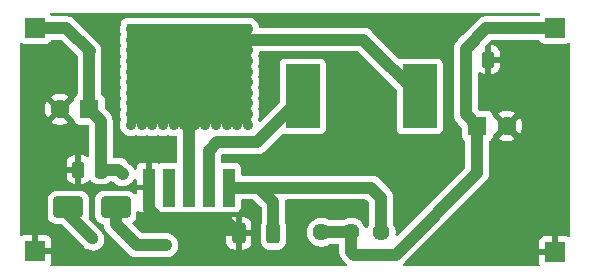
<source format=gtl>
G04 #@! TF.GenerationSoftware,KiCad,Pcbnew,9.0.1*
G04 #@! TF.CreationDate,2025-08-22T15:47:16+05:00*
G04 #@! TF.ProjectId,dc_boost_converter,64635f62-6f6f-4737-945f-636f6e766572,rev?*
G04 #@! TF.SameCoordinates,Original*
G04 #@! TF.FileFunction,Copper,L1,Top*
G04 #@! TF.FilePolarity,Positive*
%FSLAX46Y46*%
G04 Gerber Fmt 4.6, Leading zero omitted, Abs format (unit mm)*
G04 Created by KiCad (PCBNEW 9.0.1) date 2025-08-22 15:47:16*
%MOMM*%
%LPD*%
G01*
G04 APERTURE LIST*
G04 Aperture macros list*
%AMRoundRect*
0 Rectangle with rounded corners*
0 $1 Rounding radius*
0 $2 $3 $4 $5 $6 $7 $8 $9 X,Y pos of 4 corners*
0 Add a 4 corners polygon primitive as box body*
4,1,4,$2,$3,$4,$5,$6,$7,$8,$9,$2,$3,0*
0 Add four circle primitives for the rounded corners*
1,1,$1+$1,$2,$3*
1,1,$1+$1,$4,$5*
1,1,$1+$1,$6,$7*
1,1,$1+$1,$8,$9*
0 Add four rect primitives between the rounded corners*
20,1,$1+$1,$2,$3,$4,$5,0*
20,1,$1+$1,$4,$5,$6,$7,0*
20,1,$1+$1,$6,$7,$8,$9,0*
20,1,$1+$1,$8,$9,$2,$3,0*%
G04 Aperture macros list end*
G04 #@! TA.AperFunction,ComponentPad*
%ADD10R,1.700000X1.700000*%
G04 #@! TD*
G04 #@! TA.AperFunction,SMDPad,CuDef*
%ADD11R,2.900000X5.400000*%
G04 #@! TD*
G04 #@! TA.AperFunction,SMDPad,CuDef*
%ADD12R,1.050000X3.210000*%
G04 #@! TD*
G04 #@! TA.AperFunction,SMDPad,CuDef*
%ADD13R,10.530000X8.460000*%
G04 #@! TD*
G04 #@! TA.AperFunction,SMDPad,CuDef*
%ADD14RoundRect,0.250000X0.312500X0.625000X-0.312500X0.625000X-0.312500X-0.625000X0.312500X-0.625000X0*%
G04 #@! TD*
G04 #@! TA.AperFunction,ComponentPad*
%ADD15C,1.440000*%
G04 #@! TD*
G04 #@! TA.AperFunction,SMDPad,CuDef*
%ADD16RoundRect,0.250000X-0.250000X-0.475000X0.250000X-0.475000X0.250000X0.475000X-0.250000X0.475000X0*%
G04 #@! TD*
G04 #@! TA.AperFunction,SMDPad,CuDef*
%ADD17RoundRect,0.250000X0.250000X0.475000X-0.250000X0.475000X-0.250000X-0.475000X0.250000X-0.475000X0*%
G04 #@! TD*
G04 #@! TA.AperFunction,SMDPad,CuDef*
%ADD18RoundRect,0.250000X1.000000X0.650000X-1.000000X0.650000X-1.000000X-0.650000X1.000000X-0.650000X0*%
G04 #@! TD*
G04 #@! TA.AperFunction,ComponentPad*
%ADD19R,1.600000X1.600000*%
G04 #@! TD*
G04 #@! TA.AperFunction,ComponentPad*
%ADD20C,1.600000*%
G04 #@! TD*
G04 #@! TA.AperFunction,ViaPad*
%ADD21C,0.900000*%
G04 #@! TD*
G04 #@! TA.AperFunction,Conductor*
%ADD22C,1.000000*%
G04 #@! TD*
G04 APERTURE END LIST*
D10*
X181100000Y-75200000D03*
D11*
X159750000Y-81000000D03*
X169650000Y-81000000D03*
D12*
X146700000Y-88718500D03*
X148400000Y-88718500D03*
X150100000Y-88718500D03*
X151800000Y-88718500D03*
X153500000Y-88718500D03*
D13*
X150100000Y-79088500D03*
D14*
X157262500Y-92600000D03*
X154337500Y-92600000D03*
D10*
X137100000Y-94100000D03*
D15*
X166380000Y-92500000D03*
X163840000Y-92500000D03*
X161300000Y-92500000D03*
D16*
X173550000Y-77900000D03*
X175450000Y-77900000D03*
D17*
X142650000Y-87200000D03*
X140750000Y-87200000D03*
D18*
X143900000Y-90400000D03*
X139900000Y-90400000D03*
D19*
X141682380Y-82100000D03*
D20*
X139182380Y-82100000D03*
D19*
X174517621Y-83500000D03*
D20*
X177017621Y-83500000D03*
D10*
X137100000Y-75200000D03*
X181100000Y-94200000D03*
D21*
X153900000Y-84900000D03*
X144600000Y-87600000D03*
X161300000Y-92600000D03*
X148200000Y-93600000D03*
X150600000Y-78900000D03*
X146100000Y-78000000D03*
X154200000Y-78900000D03*
X152400000Y-83400000D03*
X151500000Y-78900000D03*
X149700000Y-77100000D03*
X151500000Y-81600000D03*
X155100000Y-83400000D03*
X147000000Y-82500000D03*
X148800000Y-78900000D03*
X153300000Y-82500000D03*
X148800000Y-83400000D03*
X153300000Y-83400000D03*
X154200000Y-78000000D03*
X150600000Y-79800000D03*
X146100000Y-77100000D03*
X149700000Y-82500000D03*
X152400000Y-79800000D03*
X154200000Y-76200000D03*
X142000000Y-93100000D03*
X155100000Y-79800000D03*
X149700000Y-76200000D03*
X145200000Y-75300000D03*
X147000000Y-78000000D03*
X149700000Y-75300000D03*
X146100000Y-75300000D03*
X146100000Y-82500000D03*
X154200000Y-82500000D03*
X147000000Y-77100000D03*
X148800000Y-81600000D03*
X151500000Y-77100000D03*
X153300000Y-75300000D03*
X155100000Y-78900000D03*
X154200000Y-77100000D03*
X150600000Y-80700000D03*
X146100000Y-79800000D03*
X151500000Y-78000000D03*
X153300000Y-76200000D03*
X153300000Y-78900000D03*
X155100000Y-80700000D03*
X148800000Y-82500000D03*
X145200000Y-77100000D03*
X145200000Y-81600000D03*
X145200000Y-80700000D03*
X150600000Y-77100000D03*
X150600000Y-75300000D03*
X147000000Y-76200000D03*
X154200000Y-83400000D03*
X147000000Y-83400000D03*
X151500000Y-80700000D03*
X147000000Y-81600000D03*
X145200000Y-78000000D03*
X154200000Y-81600000D03*
X147900000Y-83400000D03*
X155100000Y-75300000D03*
X154200000Y-80700000D03*
X149700000Y-78000000D03*
X149700000Y-83400000D03*
X147000000Y-79800000D03*
X153300000Y-77100000D03*
X147000000Y-80700000D03*
X150600000Y-78000000D03*
X153300000Y-81600000D03*
X152400000Y-82500000D03*
X153300000Y-79800000D03*
X150600000Y-81600000D03*
X147900000Y-78000000D03*
X147900000Y-80700000D03*
X153300000Y-78000000D03*
X147900000Y-77100000D03*
X155100000Y-82500000D03*
X155100000Y-76200000D03*
X151500000Y-75300000D03*
X146100000Y-78900000D03*
X150600000Y-82500000D03*
X146100000Y-76200000D03*
X147900000Y-76200000D03*
X146100000Y-83400000D03*
X148800000Y-78000000D03*
X152400000Y-78900000D03*
X154200000Y-79800000D03*
X147900000Y-78900000D03*
X149700000Y-78900000D03*
X145200000Y-82500000D03*
X151500000Y-79800000D03*
X146100000Y-81600000D03*
X152400000Y-75300000D03*
X150600000Y-83400000D03*
X148800000Y-77100000D03*
X151500000Y-83400000D03*
X155100000Y-78000000D03*
X148800000Y-76200000D03*
X147000000Y-78900000D03*
X147900000Y-79800000D03*
X152400000Y-76200000D03*
X152400000Y-80700000D03*
X149700000Y-80700000D03*
X147000000Y-75300000D03*
X155100000Y-77100000D03*
X152400000Y-77100000D03*
X148800000Y-75300000D03*
X151500000Y-76200000D03*
X152400000Y-81600000D03*
X145200000Y-79800000D03*
X145200000Y-76200000D03*
X150600000Y-76200000D03*
X151500000Y-82500000D03*
X149700000Y-79800000D03*
X147900000Y-82500000D03*
X146100000Y-80700000D03*
X147900000Y-75300000D03*
X147900000Y-81600000D03*
X145200000Y-78900000D03*
X145200000Y-83400000D03*
X152400000Y-78000000D03*
X155100000Y-81600000D03*
X154200000Y-75300000D03*
X148800000Y-80700000D03*
X148800000Y-79800000D03*
X153300000Y-80700000D03*
X149700000Y-81600000D03*
D22*
X146700000Y-90550500D02*
X147849500Y-91700000D01*
X147849500Y-91700000D02*
X153437500Y-91700000D01*
X146700000Y-88718500D02*
X146700000Y-90550500D01*
X153437500Y-91700000D02*
X154337500Y-92600000D01*
X142650000Y-83067620D02*
X142650000Y-87200000D01*
X141700000Y-77200000D02*
X141682380Y-77217620D01*
X159750000Y-81000000D02*
X155850000Y-84900000D01*
X151800000Y-85600000D02*
X151800000Y-88718500D01*
X152500000Y-84900000D02*
X151800000Y-85600000D01*
X144100000Y-87200000D02*
X144500000Y-87600000D01*
X142650000Y-87200000D02*
X144100000Y-87200000D01*
X139700000Y-75200000D02*
X141700000Y-77200000D01*
X141682380Y-77217620D02*
X141682380Y-82100000D01*
X141682380Y-82100000D02*
X142650000Y-83067620D01*
X153900000Y-84900000D02*
X152500000Y-84900000D01*
X155850000Y-84900000D02*
X153900000Y-84900000D01*
X137100000Y-75200000D02*
X139700000Y-75200000D01*
X145700000Y-93600000D02*
X148200000Y-93600000D01*
X164100000Y-94400000D02*
X163840000Y-94140000D01*
X174517621Y-83500000D02*
X174517621Y-87482379D01*
X161300000Y-92500000D02*
X163840000Y-92500000D01*
X143900000Y-91800000D02*
X145700000Y-93600000D01*
X173550000Y-77900000D02*
X173550000Y-82532379D01*
X173550000Y-82532379D02*
X174517621Y-83500000D01*
X175300000Y-75200000D02*
X173550000Y-76950000D01*
X181100000Y-75200000D02*
X175300000Y-75200000D01*
X173550000Y-76950000D02*
X173550000Y-77900000D01*
X163840000Y-94140000D02*
X163840000Y-92500000D01*
X167600000Y-94400000D02*
X164100000Y-94400000D01*
X174517621Y-87482379D02*
X167600000Y-94400000D01*
X143900000Y-90400000D02*
X143900000Y-91800000D01*
X139900000Y-91000000D02*
X141900000Y-93000000D01*
X164850000Y-76200000D02*
X154200000Y-76200000D01*
X139900000Y-90400000D02*
X139900000Y-91000000D01*
X150100000Y-88718500D02*
X150100000Y-79088500D01*
X169650000Y-81000000D02*
X164850000Y-76200000D01*
X157262500Y-89962500D02*
X157262500Y-92600000D01*
X166380000Y-92500000D02*
X166380000Y-89580000D01*
X153500000Y-88718500D02*
X156018500Y-88718500D01*
X166380000Y-89580000D02*
X165518500Y-88718500D01*
X165518500Y-88718500D02*
X156018500Y-88718500D01*
X156018500Y-88718500D02*
X157262500Y-89962500D01*
G04 #@! TA.AperFunction,Conductor*
G36*
X179717823Y-73901749D02*
G01*
X179722154Y-73900798D01*
X179751044Y-73911504D01*
X179780607Y-73920185D01*
X179783510Y-73923535D01*
X179787669Y-73925077D01*
X179806187Y-73949706D01*
X179826362Y-73972989D01*
X179826993Y-73977377D01*
X179829658Y-73980922D01*
X179831920Y-74011646D01*
X179836306Y-74042147D01*
X179834489Y-74046532D01*
X179834789Y-74050603D01*
X179822525Y-74083698D01*
X179818227Y-74091607D01*
X179806204Y-74107669D01*
X179798984Y-74127026D01*
X179794816Y-74134698D01*
X179776080Y-74153512D01*
X179760171Y-74174766D01*
X179751811Y-74177884D01*
X179745515Y-74184207D01*
X179711443Y-74192941D01*
X179694707Y-74199184D01*
X179690587Y-74198287D01*
X179685859Y-74199500D01*
X175201455Y-74199500D01*
X175104812Y-74218724D01*
X175008167Y-74237947D01*
X175008161Y-74237949D01*
X174954834Y-74260037D01*
X174954834Y-74260038D01*
X174909315Y-74278892D01*
X174826089Y-74313366D01*
X174749698Y-74364409D01*
X174662216Y-74422861D01*
X174662213Y-74422864D01*
X173304020Y-75781059D01*
X172912220Y-76172859D01*
X172912218Y-76172861D01*
X172864894Y-76220185D01*
X172772859Y-76312219D01*
X172663371Y-76476079D01*
X172663366Y-76476088D01*
X172616303Y-76589711D01*
X172587949Y-76658162D01*
X172587949Y-76658164D01*
X172571634Y-76740186D01*
X172549500Y-76851456D01*
X172549500Y-82630920D01*
X172553718Y-82652124D01*
X172553718Y-82652128D01*
X172578315Y-82775784D01*
X172587947Y-82824208D01*
X172587949Y-82824216D01*
X172663364Y-83006286D01*
X172663371Y-83006299D01*
X172772859Y-83170159D01*
X172772860Y-83170160D01*
X172772861Y-83170161D01*
X172912218Y-83309518D01*
X172912219Y-83309518D01*
X172919286Y-83316585D01*
X172919285Y-83316585D01*
X172919289Y-83316588D01*
X173180802Y-83578101D01*
X173214287Y-83639424D01*
X173217121Y-83665782D01*
X173217121Y-84347870D01*
X173217122Y-84347876D01*
X173223529Y-84407483D01*
X173273823Y-84542328D01*
X173273827Y-84542335D01*
X173342979Y-84634709D01*
X173360075Y-84657546D01*
X173467432Y-84737914D01*
X173509303Y-84793847D01*
X173517121Y-84837180D01*
X173517121Y-87016595D01*
X173497436Y-87083634D01*
X173480802Y-87104276D01*
X167797237Y-92787840D01*
X167735914Y-92821325D01*
X167666222Y-92816341D01*
X167610289Y-92774469D01*
X167585872Y-92709005D01*
X167587082Y-92680768D01*
X167600500Y-92596055D01*
X167600500Y-92403945D01*
X167570447Y-92214199D01*
X167540424Y-92121797D01*
X167511083Y-92031493D01*
X167499900Y-92009545D01*
X167423865Y-91860319D01*
X167404181Y-91833227D01*
X167380702Y-91767422D01*
X167380500Y-91760342D01*
X167380500Y-89481457D01*
X167375361Y-89455628D01*
X167361275Y-89384812D01*
X167342051Y-89288164D01*
X167302390Y-89192414D01*
X167294123Y-89172456D01*
X167266635Y-89106092D01*
X167266628Y-89106079D01*
X167157139Y-88942218D01*
X167157136Y-88942214D01*
X167014686Y-88799764D01*
X167014655Y-88799735D01*
X166299979Y-88085059D01*
X166299959Y-88085037D01*
X166156285Y-87941363D01*
X166156281Y-87941360D01*
X165992420Y-87831871D01*
X165992407Y-87831864D01*
X165861650Y-87777704D01*
X165861649Y-87777703D01*
X165853224Y-87774214D01*
X165810336Y-87756449D01*
X165652272Y-87725008D01*
X165636282Y-87721827D01*
X165617042Y-87718000D01*
X165617041Y-87718000D01*
X156117041Y-87718000D01*
X154649499Y-87718000D01*
X154582460Y-87698315D01*
X154536705Y-87645511D01*
X154525499Y-87594000D01*
X154525499Y-87065629D01*
X154525498Y-87065623D01*
X154519091Y-87006016D01*
X154468797Y-86871171D01*
X154468793Y-86871164D01*
X154382547Y-86755955D01*
X154382544Y-86755952D01*
X154267335Y-86669706D01*
X154267328Y-86669702D01*
X154132482Y-86619408D01*
X154132483Y-86619408D01*
X154072883Y-86613001D01*
X154072881Y-86613000D01*
X154072873Y-86613000D01*
X154072865Y-86613000D01*
X152924500Y-86613000D01*
X152857461Y-86593315D01*
X152811706Y-86540511D01*
X152800500Y-86489000D01*
X152800500Y-86065783D01*
X152809146Y-86036337D01*
X152815669Y-86006355D01*
X152819422Y-86001341D01*
X152820185Y-85998744D01*
X152836820Y-85978101D01*
X152878104Y-85936818D01*
X152939427Y-85903333D01*
X152965784Y-85900500D01*
X155948542Y-85900500D01*
X155979566Y-85894328D01*
X156045188Y-85881275D01*
X156141836Y-85862051D01*
X156195165Y-85839961D01*
X156323914Y-85786632D01*
X156487782Y-85677139D01*
X156627139Y-85537782D01*
X156627140Y-85537779D01*
X156634206Y-85530714D01*
X156634209Y-85530710D01*
X157974703Y-84190215D01*
X158036024Y-84156732D01*
X158105715Y-84161716D01*
X158192517Y-84194091D01*
X158192516Y-84194091D01*
X158199444Y-84194835D01*
X158252127Y-84200500D01*
X161247872Y-84200499D01*
X161307483Y-84194091D01*
X161442331Y-84143796D01*
X161557546Y-84057546D01*
X161643796Y-83942331D01*
X161694091Y-83807483D01*
X161700500Y-83747873D01*
X161700499Y-78252128D01*
X161694091Y-78192517D01*
X161678233Y-78150000D01*
X161643797Y-78057671D01*
X161643793Y-78057664D01*
X161557547Y-77942455D01*
X161557544Y-77942452D01*
X161442335Y-77856206D01*
X161442328Y-77856202D01*
X161307482Y-77805908D01*
X161307483Y-77805908D01*
X161247883Y-77799501D01*
X161247881Y-77799500D01*
X161247873Y-77799500D01*
X161247864Y-77799500D01*
X158252129Y-77799500D01*
X158252123Y-77799501D01*
X158192516Y-77805908D01*
X158057671Y-77856202D01*
X158057664Y-77856206D01*
X157942455Y-77942452D01*
X157942452Y-77942455D01*
X157856206Y-78057664D01*
X157856202Y-78057671D01*
X157805908Y-78192517D01*
X157799501Y-78252116D01*
X157799501Y-78252123D01*
X157799500Y-78252135D01*
X157799500Y-81484217D01*
X157779815Y-81551256D01*
X157763181Y-81571898D01*
X156203294Y-83131784D01*
X156174505Y-83147503D01*
X156146280Y-83164251D01*
X156143985Y-83164169D01*
X156141971Y-83165269D01*
X156109248Y-83162928D01*
X156076455Y-83161758D01*
X156074569Y-83160448D01*
X156072279Y-83160285D01*
X156046014Y-83140623D01*
X156019062Y-83121910D01*
X156017499Y-83119276D01*
X156016346Y-83118413D01*
X156001054Y-83091561D01*
X155962071Y-82997449D01*
X155954603Y-82927985D01*
X155962068Y-82902557D01*
X156013973Y-82777251D01*
X156050500Y-82593616D01*
X156050500Y-82406384D01*
X156013973Y-82222749D01*
X155962071Y-82097449D01*
X155954603Y-82027985D01*
X155962068Y-82002557D01*
X156013973Y-81877251D01*
X156050500Y-81693616D01*
X156050500Y-81506384D01*
X156013973Y-81322749D01*
X155962071Y-81197449D01*
X155954603Y-81127985D01*
X155962068Y-81102557D01*
X156013973Y-80977251D01*
X156050500Y-80793616D01*
X156050500Y-80606384D01*
X156013973Y-80422749D01*
X155962071Y-80297449D01*
X155954603Y-80227985D01*
X155962068Y-80202557D01*
X156013973Y-80077251D01*
X156050500Y-79893616D01*
X156050500Y-79706384D01*
X156013973Y-79522749D01*
X155962071Y-79397449D01*
X155954603Y-79327985D01*
X155962068Y-79302557D01*
X156013973Y-79177251D01*
X156050500Y-78993616D01*
X156050500Y-78806384D01*
X156013973Y-78622749D01*
X155962071Y-78497449D01*
X155954603Y-78427985D01*
X155962068Y-78402557D01*
X156013973Y-78277251D01*
X156050500Y-78093616D01*
X156050500Y-77906384D01*
X156013973Y-77722749D01*
X155962071Y-77597449D01*
X155959266Y-77571363D01*
X155952699Y-77545966D01*
X155955260Y-77534100D01*
X155954603Y-77527985D01*
X155958855Y-77511213D01*
X155960296Y-77506835D01*
X156013973Y-77377251D01*
X156030753Y-77292889D01*
X156033117Y-77285713D01*
X156048832Y-77262925D01*
X156061662Y-77238398D01*
X156068389Y-77234567D01*
X156072784Y-77228195D01*
X156098324Y-77217520D01*
X156122378Y-77203824D01*
X156134471Y-77202414D01*
X156137250Y-77201253D01*
X156140101Y-77201758D01*
X156150895Y-77200500D01*
X164384218Y-77200500D01*
X164451257Y-77220185D01*
X164471899Y-77236819D01*
X167663181Y-80428101D01*
X167696666Y-80489424D01*
X167699500Y-80515782D01*
X167699500Y-83747870D01*
X167699501Y-83747876D01*
X167705908Y-83807483D01*
X167756202Y-83942328D01*
X167756206Y-83942335D01*
X167842452Y-84057544D01*
X167842455Y-84057547D01*
X167957664Y-84143793D01*
X167957671Y-84143797D01*
X168092517Y-84194091D01*
X168092516Y-84194091D01*
X168099444Y-84194835D01*
X168152127Y-84200500D01*
X171147872Y-84200499D01*
X171207483Y-84194091D01*
X171342331Y-84143796D01*
X171457546Y-84057546D01*
X171543796Y-83942331D01*
X171594091Y-83807483D01*
X171600500Y-83747873D01*
X171600499Y-78252128D01*
X171594091Y-78192517D01*
X171578233Y-78150000D01*
X171543797Y-78057671D01*
X171543793Y-78057664D01*
X171457547Y-77942455D01*
X171457544Y-77942452D01*
X171342335Y-77856206D01*
X171342328Y-77856202D01*
X171207482Y-77805908D01*
X171207483Y-77805908D01*
X171147883Y-77799501D01*
X171147881Y-77799500D01*
X171147873Y-77799500D01*
X171147864Y-77799500D01*
X168152129Y-77799500D01*
X168152123Y-77799501D01*
X168092516Y-77805908D01*
X168005716Y-77838283D01*
X167936024Y-77843267D01*
X167874702Y-77809782D01*
X165631479Y-75566559D01*
X165631459Y-75566537D01*
X165487785Y-75422863D01*
X165487781Y-75422860D01*
X165323920Y-75313371D01*
X165323907Y-75313364D01*
X165177878Y-75252878D01*
X165177876Y-75252877D01*
X165169722Y-75249500D01*
X165141836Y-75237949D01*
X165045188Y-75218724D01*
X165041884Y-75218066D01*
X165041881Y-75218066D01*
X164948544Y-75199500D01*
X164948541Y-75199500D01*
X156150895Y-75199500D01*
X156083856Y-75179815D01*
X156038101Y-75127011D01*
X156029278Y-75099691D01*
X156013974Y-75022756D01*
X156013973Y-75022749D01*
X155942322Y-74849769D01*
X155942321Y-74849768D01*
X155942318Y-74849762D01*
X155845329Y-74704608D01*
X155832249Y-74679049D01*
X155808798Y-74616173D01*
X155808793Y-74616164D01*
X155722547Y-74500955D01*
X155722544Y-74500952D01*
X155607335Y-74414706D01*
X155607328Y-74414702D01*
X155472482Y-74364408D01*
X155472483Y-74364408D01*
X155412883Y-74358001D01*
X155412881Y-74358000D01*
X155412873Y-74358000D01*
X155412865Y-74358000D01*
X155248560Y-74358000D01*
X155224368Y-74355617D01*
X155209320Y-74352623D01*
X155193617Y-74349500D01*
X155193616Y-74349500D01*
X155006384Y-74349500D01*
X155006383Y-74349500D01*
X154988054Y-74353145D01*
X154975630Y-74355617D01*
X154951440Y-74358000D01*
X154348560Y-74358000D01*
X154324369Y-74355617D01*
X154311945Y-74353145D01*
X154293617Y-74349500D01*
X154293616Y-74349500D01*
X154106384Y-74349500D01*
X154075631Y-74355617D01*
X154075626Y-74355618D01*
X154051436Y-74358000D01*
X153448560Y-74358000D01*
X153424369Y-74355617D01*
X153411945Y-74353145D01*
X153393617Y-74349500D01*
X153393616Y-74349500D01*
X153206384Y-74349500D01*
X153175631Y-74355617D01*
X153175626Y-74355618D01*
X153151436Y-74358000D01*
X152548564Y-74358000D01*
X152524374Y-74355618D01*
X152524369Y-74355617D01*
X152493616Y-74349500D01*
X152306384Y-74349500D01*
X152289804Y-74352797D01*
X152275624Y-74355618D01*
X152251435Y-74358000D01*
X151648564Y-74358000D01*
X151624374Y-74355618D01*
X151624369Y-74355617D01*
X151593616Y-74349500D01*
X151406384Y-74349500D01*
X151389804Y-74352797D01*
X151375624Y-74355618D01*
X151351435Y-74358000D01*
X150748564Y-74358000D01*
X150724374Y-74355618D01*
X150724369Y-74355617D01*
X150693616Y-74349500D01*
X150506384Y-74349500D01*
X150479295Y-74354887D01*
X150475624Y-74355618D01*
X150451435Y-74358000D01*
X149848565Y-74358000D01*
X149824376Y-74355618D01*
X149810195Y-74352797D01*
X149793616Y-74349500D01*
X149606384Y-74349500D01*
X149579295Y-74354887D01*
X149575624Y-74355618D01*
X149551435Y-74358000D01*
X148948565Y-74358000D01*
X148924376Y-74355618D01*
X148910195Y-74352797D01*
X148893616Y-74349500D01*
X148706384Y-74349500D01*
X148679295Y-74354887D01*
X148675624Y-74355618D01*
X148651435Y-74358000D01*
X148048565Y-74358000D01*
X148024376Y-74355618D01*
X148020704Y-74354887D01*
X147993616Y-74349500D01*
X147806384Y-74349500D01*
X147775622Y-74355618D01*
X147751435Y-74358000D01*
X147148565Y-74358000D01*
X147124376Y-74355618D01*
X147120704Y-74354887D01*
X147093616Y-74349500D01*
X146906384Y-74349500D01*
X146875622Y-74355618D01*
X146851435Y-74358000D01*
X146248565Y-74358000D01*
X146224377Y-74355618D01*
X146193616Y-74349500D01*
X146006384Y-74349500D01*
X146006383Y-74349500D01*
X145975623Y-74355618D01*
X145951435Y-74358000D01*
X145348565Y-74358000D01*
X145324377Y-74355618D01*
X145293616Y-74349500D01*
X145106384Y-74349500D01*
X145106381Y-74349500D01*
X145075621Y-74355618D01*
X145051434Y-74358000D01*
X144787130Y-74358000D01*
X144787123Y-74358001D01*
X144727516Y-74364408D01*
X144592671Y-74414702D01*
X144592664Y-74414706D01*
X144477455Y-74500952D01*
X144477452Y-74500955D01*
X144391206Y-74616164D01*
X144391202Y-74616171D01*
X144340908Y-74751017D01*
X144334501Y-74810616D01*
X144334500Y-74810635D01*
X144334500Y-74881059D01*
X144325061Y-74928511D01*
X144286028Y-75022744D01*
X144286025Y-75022756D01*
X144249500Y-75206379D01*
X144249500Y-75393620D01*
X144286025Y-75577243D01*
X144286027Y-75577251D01*
X144325061Y-75671486D01*
X144326687Y-75679663D01*
X144329477Y-75684004D01*
X144334500Y-75718939D01*
X144334500Y-75781059D01*
X144325061Y-75828511D01*
X144286028Y-75922744D01*
X144286025Y-75922756D01*
X144249500Y-76106379D01*
X144249500Y-76293620D01*
X144286025Y-76477243D01*
X144286027Y-76477251D01*
X144325061Y-76571487D01*
X144326687Y-76579664D01*
X144329477Y-76584005D01*
X144334500Y-76618940D01*
X144334500Y-76681060D01*
X144325061Y-76728512D01*
X144286027Y-76822747D01*
X144286024Y-76822756D01*
X144249500Y-77006379D01*
X144249500Y-77193620D01*
X144286025Y-77377243D01*
X144286027Y-77377251D01*
X144325061Y-77471487D01*
X144326687Y-77479664D01*
X144329477Y-77484005D01*
X144334500Y-77518940D01*
X144334500Y-77581060D01*
X144325061Y-77628512D01*
X144286027Y-77722747D01*
X144286024Y-77722756D01*
X144249500Y-77906379D01*
X144249500Y-78093620D01*
X144286025Y-78277243D01*
X144286027Y-78277251D01*
X144325061Y-78371487D01*
X144326687Y-78379664D01*
X144329477Y-78384005D01*
X144334500Y-78418940D01*
X144334500Y-78481060D01*
X144325061Y-78528512D01*
X144286027Y-78622747D01*
X144286024Y-78622756D01*
X144249500Y-78806379D01*
X144249500Y-78993620D01*
X144286025Y-79177243D01*
X144286027Y-79177251D01*
X144325061Y-79271487D01*
X144326687Y-79279664D01*
X144329477Y-79284005D01*
X144334500Y-79318940D01*
X144334500Y-79381060D01*
X144325061Y-79428512D01*
X144286027Y-79522747D01*
X144286024Y-79522756D01*
X144249500Y-79706379D01*
X144249500Y-79893620D01*
X144286024Y-80077243D01*
X144286026Y-80077247D01*
X144286027Y-80077251D01*
X144325061Y-80171489D01*
X144326687Y-80179663D01*
X144329477Y-80184004D01*
X144334500Y-80218939D01*
X144334500Y-80281059D01*
X144325061Y-80328511D01*
X144286027Y-80422747D01*
X144286024Y-80422756D01*
X144249500Y-80606379D01*
X144249500Y-80793620D01*
X144286024Y-80977243D01*
X144286026Y-80977247D01*
X144286027Y-80977251D01*
X144325061Y-81071489D01*
X144326687Y-81079663D01*
X144329477Y-81084004D01*
X144334500Y-81118939D01*
X144334500Y-81181059D01*
X144325061Y-81228511D01*
X144286027Y-81322747D01*
X144286024Y-81322756D01*
X144249500Y-81506379D01*
X144249500Y-81693620D01*
X144286024Y-81877243D01*
X144286026Y-81877247D01*
X144286027Y-81877251D01*
X144325061Y-81971489D01*
X144326687Y-81979663D01*
X144329477Y-81984004D01*
X144334500Y-82018939D01*
X144334500Y-82081059D01*
X144325061Y-82128511D01*
X144286027Y-82222747D01*
X144286024Y-82222756D01*
X144249500Y-82406379D01*
X144249500Y-82593620D01*
X144286024Y-82777243D01*
X144286026Y-82777247D01*
X144286027Y-82777251D01*
X144325061Y-82871489D01*
X144326687Y-82879663D01*
X144329477Y-82884004D01*
X144334500Y-82918939D01*
X144334500Y-82981059D01*
X144325061Y-83028511D01*
X144286027Y-83122747D01*
X144286024Y-83122756D01*
X144249500Y-83306379D01*
X144249500Y-83493620D01*
X144286025Y-83677243D01*
X144286027Y-83677251D01*
X144357676Y-83850228D01*
X144357681Y-83850237D01*
X144461697Y-84005907D01*
X144461700Y-84005911D01*
X144594088Y-84138299D01*
X144594092Y-84138302D01*
X144749762Y-84242318D01*
X144749768Y-84242321D01*
X144749769Y-84242322D01*
X144922749Y-84313973D01*
X145093162Y-84347870D01*
X145106379Y-84350499D01*
X145106383Y-84350500D01*
X145106384Y-84350500D01*
X145293617Y-84350500D01*
X145293618Y-84350499D01*
X145477251Y-84313973D01*
X145602550Y-84262071D01*
X145672015Y-84254603D01*
X145697442Y-84262068D01*
X145822749Y-84313973D01*
X145993162Y-84347870D01*
X146006379Y-84350499D01*
X146006383Y-84350500D01*
X146006384Y-84350500D01*
X146193617Y-84350500D01*
X146193618Y-84350499D01*
X146377251Y-84313973D01*
X146502550Y-84262071D01*
X146572015Y-84254603D01*
X146597442Y-84262068D01*
X146722749Y-84313973D01*
X146893162Y-84347870D01*
X146906379Y-84350499D01*
X146906383Y-84350500D01*
X146906384Y-84350500D01*
X147093617Y-84350500D01*
X147093618Y-84350499D01*
X147277251Y-84313973D01*
X147402550Y-84262071D01*
X147472015Y-84254603D01*
X147497442Y-84262068D01*
X147622749Y-84313973D01*
X147793162Y-84347870D01*
X147806379Y-84350499D01*
X147806383Y-84350500D01*
X147806384Y-84350500D01*
X147993617Y-84350500D01*
X147993618Y-84350499D01*
X148177251Y-84313973D01*
X148302550Y-84262071D01*
X148372015Y-84254603D01*
X148397442Y-84262068D01*
X148522749Y-84313973D01*
X148693162Y-84347870D01*
X148706379Y-84350499D01*
X148706383Y-84350500D01*
X148706384Y-84350500D01*
X148893617Y-84350500D01*
X148893617Y-84350499D01*
X148951309Y-84339024D01*
X149020899Y-84345251D01*
X149076077Y-84388113D01*
X149099322Y-84454003D01*
X149099500Y-84460641D01*
X149099500Y-86489000D01*
X149079815Y-86556039D01*
X149027011Y-86601794D01*
X148975500Y-86613000D01*
X147827129Y-86613000D01*
X147827123Y-86613001D01*
X147767516Y-86619408D01*
X147632671Y-86669702D01*
X147632666Y-86669705D01*
X147623890Y-86676275D01*
X147558425Y-86700689D01*
X147490152Y-86685835D01*
X147475276Y-86676274D01*
X147467095Y-86670150D01*
X147467086Y-86670145D01*
X147332379Y-86619903D01*
X147332372Y-86619901D01*
X147272844Y-86613500D01*
X146950000Y-86613500D01*
X146950000Y-90823500D01*
X147272828Y-90823500D01*
X147272844Y-90823499D01*
X147332372Y-90817098D01*
X147332376Y-90817097D01*
X147467089Y-90766851D01*
X147475268Y-90760729D01*
X147540732Y-90736309D01*
X147609005Y-90751158D01*
X147623894Y-90760727D01*
X147626265Y-90762502D01*
X147632668Y-90767296D01*
X147632670Y-90767297D01*
X147767517Y-90817591D01*
X147767516Y-90817591D01*
X147774444Y-90818335D01*
X147827127Y-90824000D01*
X148972872Y-90823999D01*
X149032483Y-90817591D01*
X149167331Y-90767296D01*
X149175687Y-90761039D01*
X149241149Y-90736621D01*
X149309422Y-90751470D01*
X149324304Y-90761034D01*
X149332669Y-90767296D01*
X149332672Y-90767297D01*
X149467517Y-90817591D01*
X149467516Y-90817591D01*
X149474444Y-90818335D01*
X149527127Y-90824000D01*
X150672872Y-90823999D01*
X150732483Y-90817591D01*
X150867331Y-90767296D01*
X150875687Y-90761039D01*
X150941149Y-90736621D01*
X151009422Y-90751470D01*
X151024304Y-90761034D01*
X151032669Y-90767296D01*
X151032672Y-90767297D01*
X151167517Y-90817591D01*
X151167516Y-90817591D01*
X151174444Y-90818335D01*
X151227127Y-90824000D01*
X152372872Y-90823999D01*
X152432483Y-90817591D01*
X152567331Y-90767296D01*
X152575687Y-90761039D01*
X152641149Y-90736621D01*
X152709422Y-90751470D01*
X152724304Y-90761034D01*
X152732669Y-90767296D01*
X152732672Y-90767297D01*
X152867517Y-90817591D01*
X152867516Y-90817591D01*
X152874444Y-90818335D01*
X152927127Y-90824000D01*
X154072872Y-90823999D01*
X154132483Y-90817591D01*
X154267331Y-90767296D01*
X154382546Y-90681046D01*
X154468796Y-90565831D01*
X154519091Y-90430983D01*
X154525500Y-90371373D01*
X154525500Y-89843000D01*
X154545185Y-89775961D01*
X154597989Y-89730206D01*
X154649500Y-89719000D01*
X155552718Y-89719000D01*
X155619757Y-89738685D01*
X155640399Y-89755319D01*
X156225681Y-90340601D01*
X156259166Y-90401924D01*
X156262000Y-90428282D01*
X156262000Y-91645270D01*
X156255706Y-91684273D01*
X156210002Y-91822199D01*
X156210000Y-91822209D01*
X156199500Y-91924983D01*
X156199500Y-93275001D01*
X156199501Y-93275018D01*
X156210000Y-93377796D01*
X156210001Y-93377799D01*
X156257184Y-93520185D01*
X156265186Y-93544334D01*
X156357288Y-93693656D01*
X156481344Y-93817712D01*
X156630666Y-93909814D01*
X156797203Y-93964999D01*
X156899991Y-93975500D01*
X157625008Y-93975499D01*
X157625016Y-93975498D01*
X157625019Y-93975498D01*
X157681302Y-93969748D01*
X157727797Y-93964999D01*
X157894334Y-93909814D01*
X158043656Y-93817712D01*
X158167712Y-93693656D01*
X158259814Y-93544334D01*
X158314999Y-93377797D01*
X158325500Y-93275009D01*
X158325499Y-91924992D01*
X158318892Y-91860318D01*
X158314999Y-91822203D01*
X158314998Y-91822200D01*
X158269294Y-91684273D01*
X158263000Y-91645269D01*
X158263000Y-89863958D01*
X158262403Y-89857896D01*
X158264496Y-89857689D01*
X158269864Y-89797615D01*
X158312720Y-89742432D01*
X158378606Y-89719179D01*
X158385260Y-89719000D01*
X165052718Y-89719000D01*
X165119757Y-89738685D01*
X165140399Y-89755319D01*
X165343181Y-89958101D01*
X165376666Y-90019424D01*
X165379500Y-90045782D01*
X165379500Y-91760342D01*
X165359815Y-91827381D01*
X165355822Y-91833220D01*
X165350043Y-91841176D01*
X165336135Y-91860318D01*
X165248916Y-92031493D01*
X165227931Y-92096081D01*
X165188494Y-92153756D01*
X165124135Y-92180955D01*
X165055289Y-92169041D01*
X165003813Y-92121797D01*
X164992069Y-92096081D01*
X164971083Y-92031493D01*
X164959900Y-92009545D01*
X164883865Y-91860319D01*
X164770945Y-91704898D01*
X164635102Y-91569055D01*
X164479681Y-91456135D01*
X164308506Y-91368916D01*
X164125802Y-91309553D01*
X164030928Y-91294526D01*
X163936055Y-91279500D01*
X163743945Y-91279500D01*
X163694048Y-91287403D01*
X163554197Y-91309553D01*
X163371493Y-91368916D01*
X163200318Y-91456135D01*
X163173228Y-91475818D01*
X163107422Y-91499298D01*
X163100342Y-91499500D01*
X162039658Y-91499500D01*
X161972619Y-91479815D01*
X161966772Y-91475818D01*
X161939681Y-91456135D01*
X161768506Y-91368916D01*
X161585802Y-91309553D01*
X161490928Y-91294526D01*
X161396055Y-91279500D01*
X161203945Y-91279500D01*
X161154048Y-91287403D01*
X161014197Y-91309553D01*
X160831493Y-91368916D01*
X160660318Y-91456135D01*
X160574266Y-91518656D01*
X160504898Y-91569055D01*
X160504896Y-91569057D01*
X160504895Y-91569057D01*
X160369057Y-91704895D01*
X160369057Y-91704896D01*
X160369055Y-91704898D01*
X160347320Y-91734814D01*
X160256135Y-91860318D01*
X160168916Y-92031493D01*
X160109553Y-92214197D01*
X160109553Y-92214199D01*
X160079500Y-92403945D01*
X160079500Y-92596055D01*
X160086135Y-92637947D01*
X160109553Y-92785802D01*
X160168916Y-92968506D01*
X160188216Y-93006383D01*
X160256135Y-93139681D01*
X160369055Y-93295102D01*
X160504898Y-93430945D01*
X160660319Y-93543865D01*
X160818573Y-93624500D01*
X160831493Y-93631083D01*
X160922845Y-93660764D01*
X161014199Y-93690447D01*
X161203945Y-93720500D01*
X161203946Y-93720500D01*
X161396054Y-93720500D01*
X161396055Y-93720500D01*
X161585801Y-93690447D01*
X161768509Y-93631082D01*
X161939681Y-93543865D01*
X161966772Y-93524181D01*
X162032578Y-93500702D01*
X162039658Y-93500500D01*
X162715500Y-93500500D01*
X162782539Y-93520185D01*
X162828294Y-93572989D01*
X162839500Y-93624500D01*
X162839500Y-94238544D01*
X162877947Y-94431833D01*
X162877949Y-94431837D01*
X162888993Y-94458500D01*
X162900038Y-94485165D01*
X162911970Y-94513971D01*
X162953366Y-94613911D01*
X162953371Y-94613920D01*
X163062859Y-94777780D01*
X163062860Y-94777781D01*
X163062861Y-94777782D01*
X163202218Y-94917139D01*
X163202219Y-94917140D01*
X163462216Y-95177138D01*
X163465273Y-95179647D01*
X163466443Y-95181365D01*
X163466526Y-95181448D01*
X163466510Y-95181463D01*
X163504607Y-95237393D01*
X163506478Y-95307238D01*
X163470290Y-95367006D01*
X163407534Y-95397722D01*
X163386608Y-95399500D01*
X138485808Y-95399500D01*
X138418769Y-95379815D01*
X138373014Y-95327011D01*
X138363070Y-95257853D01*
X138386540Y-95201190D01*
X138393353Y-95192088D01*
X138393354Y-95192086D01*
X138443596Y-95057379D01*
X138443598Y-95057372D01*
X138449999Y-94997844D01*
X138450000Y-94997827D01*
X138450000Y-94350000D01*
X137533012Y-94350000D01*
X137565925Y-94292993D01*
X137600000Y-94165826D01*
X137600000Y-94034174D01*
X137565925Y-93907007D01*
X137533012Y-93850000D01*
X138450000Y-93850000D01*
X138450000Y-93202172D01*
X138449999Y-93202155D01*
X138443598Y-93142627D01*
X138443596Y-93142620D01*
X138393354Y-93007913D01*
X138393350Y-93007906D01*
X138307190Y-92892812D01*
X138307187Y-92892809D01*
X138192093Y-92806649D01*
X138192086Y-92806645D01*
X138057379Y-92756403D01*
X138057372Y-92756401D01*
X137997844Y-92750000D01*
X137350000Y-92750000D01*
X137350000Y-93666988D01*
X137292993Y-93634075D01*
X137165826Y-93600000D01*
X137034174Y-93600000D01*
X136907007Y-93634075D01*
X136850000Y-93666988D01*
X136850000Y-92750000D01*
X136202155Y-92750000D01*
X136142627Y-92756401D01*
X136142620Y-92756403D01*
X136007913Y-92806645D01*
X136007911Y-92806646D01*
X135998810Y-92813460D01*
X135933345Y-92837876D01*
X135865072Y-92823024D01*
X135815667Y-92773618D01*
X135800500Y-92714192D01*
X135800500Y-89699983D01*
X138149500Y-89699983D01*
X138149500Y-91100001D01*
X138149501Y-91100018D01*
X138160000Y-91202796D01*
X138160001Y-91202799D01*
X138208357Y-91348726D01*
X138215186Y-91369334D01*
X138307288Y-91518656D01*
X138431344Y-91642712D01*
X138580666Y-91734814D01*
X138747203Y-91789999D01*
X138849991Y-91800500D01*
X139234217Y-91800499D01*
X139301256Y-91820183D01*
X139321898Y-91836818D01*
X141262215Y-93777136D01*
X141262223Y-93777142D01*
X141426084Y-93886630D01*
X141426087Y-93886632D01*
X141520924Y-93925914D01*
X141542367Y-93937376D01*
X141549769Y-93942322D01*
X141722749Y-94013973D01*
X141860937Y-94041460D01*
X141906379Y-94050499D01*
X141906383Y-94050500D01*
X141906384Y-94050500D01*
X142093617Y-94050500D01*
X142093618Y-94050499D01*
X142277251Y-94013973D01*
X142450231Y-93942322D01*
X142605908Y-93838302D01*
X142738302Y-93705908D01*
X142842322Y-93550231D01*
X142913973Y-93377251D01*
X142950500Y-93193616D01*
X142950500Y-93006384D01*
X142913973Y-92822749D01*
X142842322Y-92649769D01*
X142837376Y-92642367D01*
X142825914Y-92620924D01*
X142786632Y-92526087D01*
X142786630Y-92526084D01*
X142677142Y-92362223D01*
X142677136Y-92362215D01*
X141663646Y-91348726D01*
X141630161Y-91287403D01*
X141633622Y-91222038D01*
X141639999Y-91202797D01*
X141650500Y-91100009D01*
X141650499Y-89699992D01*
X141650498Y-89699983D01*
X142149500Y-89699983D01*
X142149500Y-91100001D01*
X142149501Y-91100018D01*
X142160000Y-91202796D01*
X142160001Y-91202799D01*
X142208357Y-91348726D01*
X142215186Y-91369334D01*
X142307288Y-91518656D01*
X142431344Y-91642712D01*
X142580666Y-91734814D01*
X142747203Y-91789999D01*
X142785483Y-91793909D01*
X142789479Y-91794318D01*
X142813247Y-91804016D01*
X142838232Y-91809919D01*
X142845063Y-91816998D01*
X142854170Y-91820714D01*
X142868923Y-91841724D01*
X142886749Y-91860197D01*
X142891651Y-91874091D01*
X142894322Y-91877895D01*
X142898492Y-91893480D01*
X142904759Y-91924981D01*
X142904955Y-91925965D01*
X142925946Y-92031493D01*
X142937521Y-92089687D01*
X142937949Y-92091837D01*
X142937949Y-92091838D01*
X143013364Y-92273907D01*
X143013371Y-92273920D01*
X143122859Y-92437780D01*
X143122860Y-92437781D01*
X143122861Y-92437782D01*
X143262218Y-92577139D01*
X143262219Y-92577139D01*
X143269286Y-92584206D01*
X143269285Y-92584206D01*
X143269288Y-92584208D01*
X144922860Y-94237781D01*
X144922861Y-94237782D01*
X145011079Y-94326000D01*
X145062219Y-94377140D01*
X145144073Y-94431833D01*
X145226086Y-94486632D01*
X145292094Y-94513973D01*
X145408164Y-94562051D01*
X145598945Y-94600000D01*
X145601454Y-94600499D01*
X145601457Y-94600500D01*
X145601459Y-94600500D01*
X148298543Y-94600500D01*
X148472359Y-94565925D01*
X148491835Y-94562051D01*
X148673914Y-94486632D01*
X148837782Y-94377139D01*
X148977139Y-94237782D01*
X149086632Y-94073914D01*
X149162051Y-93891835D01*
X149200210Y-93700000D01*
X149200500Y-93698543D01*
X149200500Y-93501456D01*
X149162052Y-93308170D01*
X149162051Y-93308169D01*
X149162051Y-93308165D01*
X149148320Y-93275016D01*
X149148308Y-93274986D01*
X153275001Y-93274986D01*
X153285494Y-93377697D01*
X153340641Y-93544119D01*
X153340643Y-93544124D01*
X153432684Y-93693345D01*
X153556654Y-93817315D01*
X153705875Y-93909356D01*
X153705880Y-93909358D01*
X153872302Y-93964505D01*
X153872309Y-93964506D01*
X153975019Y-93974999D01*
X154087499Y-93974999D01*
X154587500Y-93974999D01*
X154699972Y-93974999D01*
X154699986Y-93974998D01*
X154802697Y-93964505D01*
X154969119Y-93909358D01*
X154969124Y-93909356D01*
X155118345Y-93817315D01*
X155242315Y-93693345D01*
X155334356Y-93544124D01*
X155334358Y-93544119D01*
X155389505Y-93377697D01*
X155389506Y-93377690D01*
X155399999Y-93274986D01*
X155400000Y-93274973D01*
X155400000Y-92850000D01*
X154587500Y-92850000D01*
X154587500Y-93974999D01*
X154087499Y-93974999D01*
X154087500Y-93974998D01*
X154087500Y-92850000D01*
X153275001Y-92850000D01*
X153275001Y-93274986D01*
X149148308Y-93274986D01*
X149086635Y-93126092D01*
X149086628Y-93126079D01*
X148977139Y-92962218D01*
X148977136Y-92962214D01*
X148837785Y-92822863D01*
X148837781Y-92822860D01*
X148673920Y-92713371D01*
X148673907Y-92713364D01*
X148491839Y-92637950D01*
X148491829Y-92637947D01*
X148298543Y-92599500D01*
X148298541Y-92599500D01*
X146165783Y-92599500D01*
X146098744Y-92579815D01*
X146078102Y-92563181D01*
X145864921Y-92350000D01*
X145439933Y-91925013D01*
X153275000Y-91925013D01*
X153275000Y-92350000D01*
X154087500Y-92350000D01*
X154587500Y-92350000D01*
X155399999Y-92350000D01*
X155399999Y-91925028D01*
X155399998Y-91925013D01*
X155389505Y-91822302D01*
X155334358Y-91655880D01*
X155334356Y-91655875D01*
X155242315Y-91506654D01*
X155118345Y-91382684D01*
X154969124Y-91290643D01*
X154969119Y-91290641D01*
X154802697Y-91235494D01*
X154802690Y-91235493D01*
X154699986Y-91225000D01*
X154587500Y-91225000D01*
X154587500Y-92350000D01*
X154087500Y-92350000D01*
X154087500Y-91225000D01*
X153975027Y-91225000D01*
X153975012Y-91225001D01*
X153872302Y-91235494D01*
X153705880Y-91290641D01*
X153705875Y-91290643D01*
X153556654Y-91382684D01*
X153432684Y-91506654D01*
X153340643Y-91655875D01*
X153340641Y-91655880D01*
X153285494Y-91822302D01*
X153285493Y-91822309D01*
X153275000Y-91925013D01*
X145439933Y-91925013D01*
X145349027Y-91834107D01*
X145315543Y-91772785D01*
X145320527Y-91703093D01*
X145362399Y-91647160D01*
X145366939Y-91644069D01*
X145368654Y-91642713D01*
X145368653Y-91642713D01*
X145368656Y-91642712D01*
X145492712Y-91518656D01*
X145584814Y-91369334D01*
X145639999Y-91202797D01*
X145650500Y-91100009D01*
X145650499Y-90803158D01*
X145670183Y-90736122D01*
X145722987Y-90690367D01*
X145792146Y-90680423D01*
X145848811Y-90703895D01*
X145932910Y-90766852D01*
X145932913Y-90766854D01*
X146067620Y-90817096D01*
X146067627Y-90817098D01*
X146127155Y-90823499D01*
X146127172Y-90823500D01*
X146450000Y-90823500D01*
X146450000Y-88968500D01*
X145675000Y-88968500D01*
X145675000Y-89164270D01*
X145655315Y-89231309D01*
X145602511Y-89277064D01*
X145533353Y-89287008D01*
X145469797Y-89257983D01*
X145463319Y-89251951D01*
X145368657Y-89157289D01*
X145368656Y-89157288D01*
X145219334Y-89065186D01*
X145052797Y-89010001D01*
X145052795Y-89010000D01*
X144950010Y-88999500D01*
X142849998Y-88999500D01*
X142849981Y-88999501D01*
X142747203Y-89010000D01*
X142747200Y-89010001D01*
X142580668Y-89065185D01*
X142580663Y-89065187D01*
X142431342Y-89157289D01*
X142307289Y-89281342D01*
X142215187Y-89430663D01*
X142215186Y-89430666D01*
X142160001Y-89597203D01*
X142160001Y-89597204D01*
X142160000Y-89597204D01*
X142149500Y-89699983D01*
X141650498Y-89699983D01*
X141639999Y-89597203D01*
X141584814Y-89430666D01*
X141492712Y-89281344D01*
X141368656Y-89157288D01*
X141219334Y-89065186D01*
X141052797Y-89010001D01*
X141052795Y-89010000D01*
X140950010Y-88999500D01*
X138849998Y-88999500D01*
X138849981Y-88999501D01*
X138747203Y-89010000D01*
X138747200Y-89010001D01*
X138580668Y-89065185D01*
X138580663Y-89065187D01*
X138431342Y-89157289D01*
X138307289Y-89281342D01*
X138215187Y-89430663D01*
X138215186Y-89430666D01*
X138160001Y-89597203D01*
X138160001Y-89597204D01*
X138160000Y-89597204D01*
X138149500Y-89699983D01*
X135800500Y-89699983D01*
X135800500Y-87724986D01*
X139750001Y-87724986D01*
X139760494Y-87827697D01*
X139815641Y-87994119D01*
X139815643Y-87994124D01*
X139907684Y-88143345D01*
X140031654Y-88267315D01*
X140180875Y-88359356D01*
X140180880Y-88359358D01*
X140347302Y-88414505D01*
X140347309Y-88414506D01*
X140450019Y-88424999D01*
X140499999Y-88424998D01*
X140500000Y-88424998D01*
X140500000Y-87450000D01*
X139750001Y-87450000D01*
X139750001Y-87724986D01*
X135800500Y-87724986D01*
X135800500Y-86675013D01*
X139750000Y-86675013D01*
X139750000Y-86950000D01*
X140500000Y-86950000D01*
X140500000Y-85975000D01*
X140499999Y-85974999D01*
X140450029Y-85975000D01*
X140450011Y-85975001D01*
X140347302Y-85985494D01*
X140180880Y-86040641D01*
X140180875Y-86040643D01*
X140031654Y-86132684D01*
X139907684Y-86256654D01*
X139815643Y-86405875D01*
X139815641Y-86405880D01*
X139760494Y-86572302D01*
X139760493Y-86572309D01*
X139750000Y-86675013D01*
X135800500Y-86675013D01*
X135800500Y-76586431D01*
X135820185Y-76519392D01*
X135872989Y-76473637D01*
X135942147Y-76463693D01*
X135998813Y-76487166D01*
X136007669Y-76493796D01*
X136007670Y-76493796D01*
X136007671Y-76493797D01*
X136142517Y-76544091D01*
X136142516Y-76544091D01*
X136149444Y-76544835D01*
X136202127Y-76550500D01*
X137997872Y-76550499D01*
X138057483Y-76544091D01*
X138192331Y-76493796D01*
X138307546Y-76407546D01*
X138393796Y-76292331D01*
X138397960Y-76281165D01*
X138439829Y-76225234D01*
X138505293Y-76200816D01*
X138514141Y-76200500D01*
X139234218Y-76200500D01*
X139301257Y-76220185D01*
X139321899Y-76236819D01*
X140645561Y-77560481D01*
X140679046Y-77621804D01*
X140681880Y-77648162D01*
X140681880Y-80762819D01*
X140662195Y-80829858D01*
X140632192Y-80862085D01*
X140524832Y-80942455D01*
X140438586Y-81057664D01*
X140438582Y-81057671D01*
X140388288Y-81192517D01*
X140384419Y-81228511D01*
X140381881Y-81252123D01*
X140381702Y-81255452D01*
X140380121Y-81255367D01*
X140362195Y-81316419D01*
X140309391Y-81362174D01*
X140266106Y-81369824D01*
X139582380Y-82053551D01*
X139582380Y-82047339D01*
X139555121Y-81945606D01*
X139502460Y-81854394D01*
X139427986Y-81779920D01*
X139336774Y-81727259D01*
X139235041Y-81700000D01*
X139228826Y-81700000D01*
X139908302Y-81020524D01*
X139908301Y-81020523D01*
X139863739Y-80988147D01*
X139863730Y-80988141D01*
X139681411Y-80895244D01*
X139486797Y-80832009D01*
X139284697Y-80800000D01*
X139080063Y-80800000D01*
X138877962Y-80832009D01*
X138683348Y-80895244D01*
X138501024Y-80988143D01*
X138456457Y-81020523D01*
X138456457Y-81020524D01*
X139135934Y-81700000D01*
X139129719Y-81700000D01*
X139027986Y-81727259D01*
X138936774Y-81779920D01*
X138862300Y-81854394D01*
X138809639Y-81945606D01*
X138782380Y-82047339D01*
X138782380Y-82053553D01*
X138102904Y-81374077D01*
X138102903Y-81374077D01*
X138070523Y-81418644D01*
X137977624Y-81600968D01*
X137914389Y-81795582D01*
X137882380Y-81997682D01*
X137882380Y-82202317D01*
X137914389Y-82404417D01*
X137977624Y-82599031D01*
X138070521Y-82781350D01*
X138070527Y-82781359D01*
X138102903Y-82825921D01*
X138102904Y-82825922D01*
X138782380Y-82146446D01*
X138782380Y-82152661D01*
X138809639Y-82254394D01*
X138862300Y-82345606D01*
X138936774Y-82420080D01*
X139027986Y-82472741D01*
X139129719Y-82500000D01*
X139135933Y-82500000D01*
X138456456Y-83179474D01*
X138501030Y-83211859D01*
X138683348Y-83304755D01*
X138877962Y-83367990D01*
X139080063Y-83400000D01*
X139284697Y-83400000D01*
X139486797Y-83367990D01*
X139681411Y-83304755D01*
X139863729Y-83211859D01*
X139908301Y-83179474D01*
X139228827Y-82500000D01*
X139235041Y-82500000D01*
X139336774Y-82472741D01*
X139427986Y-82420080D01*
X139502460Y-82345606D01*
X139555121Y-82254394D01*
X139582380Y-82152661D01*
X139582380Y-82146447D01*
X140266863Y-82830931D01*
X140316527Y-82841364D01*
X140366285Y-82890415D01*
X140380380Y-82944634D01*
X140381479Y-82944576D01*
X140381526Y-82944571D01*
X140381526Y-82944573D01*
X140381704Y-82944564D01*
X140381881Y-82947876D01*
X140388288Y-83007483D01*
X140438582Y-83142328D01*
X140438586Y-83142335D01*
X140524832Y-83257544D01*
X140524835Y-83257547D01*
X140640044Y-83343793D01*
X140640051Y-83343797D01*
X140684998Y-83360561D01*
X140774897Y-83394091D01*
X140834507Y-83400500D01*
X141516595Y-83400499D01*
X141546030Y-83409141D01*
X141576016Y-83415663D01*
X141581034Y-83419419D01*
X141583634Y-83420183D01*
X141604271Y-83436813D01*
X141613176Y-83445717D01*
X141646665Y-83507038D01*
X141649500Y-83533403D01*
X141649500Y-86022246D01*
X141629815Y-86089285D01*
X141577011Y-86135040D01*
X141507853Y-86144984D01*
X141460403Y-86127785D01*
X141319124Y-86040643D01*
X141319119Y-86040641D01*
X141152697Y-85985494D01*
X141152690Y-85985493D01*
X141049986Y-85975000D01*
X141000000Y-85975000D01*
X141000000Y-88424999D01*
X141049972Y-88424999D01*
X141049986Y-88424998D01*
X141152697Y-88414505D01*
X141319119Y-88359358D01*
X141319124Y-88359356D01*
X141468345Y-88267315D01*
X141592318Y-88143342D01*
X141594165Y-88140348D01*
X141595969Y-88138724D01*
X141596798Y-88137677D01*
X141596976Y-88137818D01*
X141646110Y-88093621D01*
X141715073Y-88082396D01*
X141779156Y-88110236D01*
X141805243Y-88140341D01*
X141807288Y-88143656D01*
X141931344Y-88267712D01*
X142080666Y-88359814D01*
X142247203Y-88414999D01*
X142349991Y-88425500D01*
X142950008Y-88425499D01*
X142950016Y-88425498D01*
X142950019Y-88425498D01*
X143006302Y-88419748D01*
X143052797Y-88414999D01*
X143219334Y-88359814D01*
X143368656Y-88267712D01*
X143399549Y-88236819D01*
X143426476Y-88222115D01*
X143452295Y-88205523D01*
X143458495Y-88204631D01*
X143460872Y-88203334D01*
X143487230Y-88200500D01*
X143634217Y-88200500D01*
X143701256Y-88220185D01*
X143721893Y-88236814D01*
X143823378Y-88338299D01*
X143862219Y-88377140D01*
X144026078Y-88486627D01*
X144026082Y-88486629D01*
X144026085Y-88486631D01*
X144208164Y-88562051D01*
X144401454Y-88600499D01*
X144401457Y-88600500D01*
X144401459Y-88600500D01*
X144598542Y-88600500D01*
X144598543Y-88600499D01*
X144791835Y-88562051D01*
X144973914Y-88486631D01*
X145013762Y-88460004D01*
X145035187Y-88448553D01*
X145050231Y-88442322D01*
X145205908Y-88338302D01*
X145338302Y-88205908D01*
X145402228Y-88110236D01*
X145445707Y-88045166D01*
X145447013Y-88046038D01*
X145490594Y-88001665D01*
X145558730Y-87986198D01*
X145624412Y-88010024D01*
X145666786Y-88065577D01*
X145675000Y-88109957D01*
X145675000Y-88468500D01*
X146450000Y-88468500D01*
X146450000Y-86613500D01*
X146127155Y-86613500D01*
X146067627Y-86619901D01*
X146067620Y-86619903D01*
X145932913Y-86670145D01*
X145932906Y-86670149D01*
X145817812Y-86756309D01*
X145817809Y-86756312D01*
X145731649Y-86871406D01*
X145731645Y-86871413D01*
X145681403Y-87006120D01*
X145681401Y-87006127D01*
X145675000Y-87065655D01*
X145675000Y-87090042D01*
X145655315Y-87157081D01*
X145602511Y-87202836D01*
X145533353Y-87212780D01*
X145469797Y-87183755D01*
X145446356Y-87154400D01*
X145445707Y-87154834D01*
X145338302Y-86994092D01*
X145338299Y-86994088D01*
X145205910Y-86861699D01*
X145180529Y-86844741D01*
X145127789Y-86809501D01*
X145109003Y-86794083D01*
X144884209Y-86569289D01*
X144884206Y-86569285D01*
X144884206Y-86569286D01*
X144877139Y-86562219D01*
X144877139Y-86562218D01*
X144737782Y-86422861D01*
X144737781Y-86422860D01*
X144737780Y-86422859D01*
X144573920Y-86313371D01*
X144573907Y-86313364D01*
X144443543Y-86259367D01*
X144436245Y-86256344D01*
X144391836Y-86237949D01*
X144295188Y-86218724D01*
X144290989Y-86217888D01*
X144290979Y-86217886D01*
X144198544Y-86199500D01*
X144198541Y-86199500D01*
X143774500Y-86199500D01*
X143707461Y-86179815D01*
X143661706Y-86127011D01*
X143650500Y-86075500D01*
X143650500Y-82969076D01*
X143632714Y-82879663D01*
X143629244Y-82862218D01*
X143612051Y-82775784D01*
X143560831Y-82652128D01*
X143555679Y-82639690D01*
X143536635Y-82593712D01*
X143536628Y-82593699D01*
X143427140Y-82429839D01*
X143385442Y-82388141D01*
X143287782Y-82290481D01*
X143287781Y-82290480D01*
X143019198Y-82021897D01*
X142985713Y-81960574D01*
X142982879Y-81934216D01*
X142982879Y-81252129D01*
X142982878Y-81252123D01*
X142982877Y-81252116D01*
X142976471Y-81192517D01*
X142972197Y-81181059D01*
X142926177Y-81057671D01*
X142926173Y-81057664D01*
X142839927Y-80942455D01*
X142732568Y-80862085D01*
X142690698Y-80806151D01*
X142682880Y-80762819D01*
X142682880Y-77399333D01*
X142685263Y-77375141D01*
X142685286Y-77375028D01*
X142700500Y-77298541D01*
X142700500Y-77101460D01*
X142697430Y-77086027D01*
X142662051Y-76908164D01*
X142586631Y-76726086D01*
X142586629Y-76726083D01*
X142586627Y-76726079D01*
X142477139Y-76562219D01*
X142477136Y-76562215D01*
X140481479Y-74566559D01*
X140481459Y-74566537D01*
X140337785Y-74422863D01*
X140337781Y-74422860D01*
X140173920Y-74313371D01*
X140173911Y-74313366D01*
X140101315Y-74283296D01*
X140045165Y-74260038D01*
X139991836Y-74237949D01*
X139991832Y-74237948D01*
X139991828Y-74237946D01*
X139895188Y-74218724D01*
X139798544Y-74199500D01*
X139798541Y-74199500D01*
X138514141Y-74199500D01*
X138447102Y-74179815D01*
X138401347Y-74127011D01*
X138397969Y-74118859D01*
X138393796Y-74107669D01*
X138393793Y-74107665D01*
X138393793Y-74107664D01*
X138387165Y-74098810D01*
X138362748Y-74033346D01*
X138377600Y-73965073D01*
X138427005Y-73915668D01*
X138486432Y-73900500D01*
X179713568Y-73900500D01*
X179717823Y-73901749D01*
G37*
G04 #@! TD.AperFunction*
G04 #@! TA.AperFunction,Conductor*
G36*
X179752898Y-76220185D02*
G01*
X179798653Y-76272989D01*
X179802030Y-76281140D01*
X179806204Y-76292331D01*
X179806205Y-76292332D01*
X179806206Y-76292335D01*
X179892452Y-76407544D01*
X179892455Y-76407547D01*
X180007664Y-76493793D01*
X180007671Y-76493797D01*
X180142517Y-76544091D01*
X180142516Y-76544091D01*
X180149444Y-76544835D01*
X180202127Y-76550500D01*
X181997872Y-76550499D01*
X182057483Y-76544091D01*
X182192331Y-76493796D01*
X182201186Y-76487166D01*
X182266649Y-76462747D01*
X182334923Y-76477596D01*
X182384330Y-76527000D01*
X182399500Y-76586431D01*
X182399500Y-92814192D01*
X182379815Y-92881231D01*
X182327011Y-92926986D01*
X182257853Y-92936930D01*
X182201190Y-92913460D01*
X182192088Y-92906646D01*
X182192086Y-92906645D01*
X182057379Y-92856403D01*
X182057372Y-92856401D01*
X181997844Y-92850000D01*
X181350000Y-92850000D01*
X181350000Y-93766988D01*
X181292993Y-93734075D01*
X181165826Y-93700000D01*
X181034174Y-93700000D01*
X180907007Y-93734075D01*
X180850000Y-93766988D01*
X180850000Y-92850000D01*
X180202155Y-92850000D01*
X180142627Y-92856401D01*
X180142620Y-92856403D01*
X180007913Y-92906645D01*
X180007906Y-92906649D01*
X179892812Y-92992809D01*
X179892809Y-92992812D01*
X179806649Y-93107906D01*
X179806645Y-93107913D01*
X179756403Y-93242620D01*
X179756401Y-93242627D01*
X179750000Y-93302155D01*
X179750000Y-93950000D01*
X180666988Y-93950000D01*
X180634075Y-94007007D01*
X180600000Y-94134174D01*
X180600000Y-94265826D01*
X180634075Y-94392993D01*
X180666988Y-94450000D01*
X179750000Y-94450000D01*
X179750000Y-95097844D01*
X179756401Y-95157372D01*
X179756403Y-95157379D01*
X179784297Y-95232167D01*
X179789281Y-95301859D01*
X179755796Y-95363182D01*
X179694473Y-95396666D01*
X179668115Y-95399500D01*
X168313392Y-95399500D01*
X168291898Y-95393188D01*
X168269558Y-95391494D01*
X168259020Y-95383534D01*
X168246353Y-95379815D01*
X168231685Y-95362887D01*
X168213805Y-95349382D01*
X168209243Y-95336988D01*
X168200598Y-95327011D01*
X168197409Y-95304838D01*
X168189671Y-95283813D01*
X168192533Y-95270922D01*
X168190654Y-95257853D01*
X168199960Y-95237474D01*
X168204817Y-95215604D01*
X168216195Y-95201924D01*
X168219679Y-95194297D01*
X168226090Y-95187441D01*
X168233792Y-95179804D01*
X168237782Y-95177139D01*
X168377139Y-95037782D01*
X168377140Y-95037779D01*
X175294760Y-88120161D01*
X175404252Y-87956294D01*
X175404253Y-87956293D01*
X175448432Y-87849634D01*
X175479672Y-87774215D01*
X175518121Y-87580920D01*
X175518121Y-87383839D01*
X175518121Y-84837180D01*
X175537806Y-84770141D01*
X175567808Y-84737914D01*
X175675167Y-84657546D01*
X175761417Y-84542331D01*
X175811712Y-84407483D01*
X175818121Y-84347873D01*
X175818120Y-84335612D01*
X175821696Y-84321052D01*
X175831963Y-84303380D01*
X175837688Y-84283760D01*
X175849160Y-84273783D01*
X175856798Y-84260640D01*
X175874988Y-84251325D01*
X175890413Y-84237913D01*
X175906901Y-84234984D01*
X175918988Y-84228795D01*
X175933639Y-84230234D01*
X175933875Y-84230192D01*
X176617621Y-83546446D01*
X176617621Y-83552661D01*
X176644880Y-83654394D01*
X176697541Y-83745606D01*
X176772015Y-83820080D01*
X176863227Y-83872741D01*
X176964960Y-83900000D01*
X176971174Y-83900000D01*
X176291697Y-84579474D01*
X176336271Y-84611859D01*
X176518589Y-84704755D01*
X176713203Y-84767990D01*
X176915304Y-84800000D01*
X177119938Y-84800000D01*
X177322038Y-84767990D01*
X177516652Y-84704755D01*
X177698970Y-84611859D01*
X177743542Y-84579474D01*
X177064068Y-83900000D01*
X177070282Y-83900000D01*
X177172015Y-83872741D01*
X177263227Y-83820080D01*
X177337701Y-83745606D01*
X177390362Y-83654394D01*
X177417621Y-83552661D01*
X177417621Y-83546448D01*
X178097095Y-84225922D01*
X178097095Y-84225921D01*
X178129480Y-84181349D01*
X178222376Y-83999031D01*
X178285611Y-83804417D01*
X178317621Y-83602317D01*
X178317621Y-83397682D01*
X178285611Y-83195582D01*
X178222376Y-83000968D01*
X178129480Y-82818650D01*
X178097095Y-82774077D01*
X178097095Y-82774076D01*
X177417621Y-83453551D01*
X177417621Y-83447339D01*
X177390362Y-83345606D01*
X177337701Y-83254394D01*
X177263227Y-83179920D01*
X177172015Y-83127259D01*
X177070282Y-83100000D01*
X177064067Y-83100000D01*
X177743543Y-82420524D01*
X177743542Y-82420523D01*
X177698980Y-82388147D01*
X177698971Y-82388141D01*
X177516652Y-82295244D01*
X177322038Y-82232009D01*
X177119938Y-82200000D01*
X176915304Y-82200000D01*
X176713203Y-82232009D01*
X176518589Y-82295244D01*
X176336265Y-82388143D01*
X176291698Y-82420523D01*
X176291698Y-82420524D01*
X176971175Y-83100000D01*
X176964960Y-83100000D01*
X176863227Y-83127259D01*
X176772015Y-83179920D01*
X176697541Y-83254394D01*
X176644880Y-83345606D01*
X176617621Y-83447339D01*
X176617621Y-83453553D01*
X175933134Y-82769066D01*
X175883470Y-82758633D01*
X175833714Y-82709581D01*
X175821697Y-82678947D01*
X175818120Y-82664378D01*
X175818120Y-82652128D01*
X175811712Y-82592517D01*
X175778833Y-82504365D01*
X175778832Y-82504359D01*
X175761418Y-82457671D01*
X175761414Y-82457664D01*
X175675168Y-82342455D01*
X175675165Y-82342452D01*
X175559956Y-82256206D01*
X175559949Y-82256202D01*
X175425103Y-82205908D01*
X175425104Y-82205908D01*
X175365504Y-82199501D01*
X175365502Y-82199500D01*
X175365494Y-82199500D01*
X175365486Y-82199500D01*
X174683404Y-82199500D01*
X174653965Y-82190855D01*
X174623971Y-82184329D01*
X174618959Y-82180576D01*
X174616365Y-82179815D01*
X174595718Y-82163176D01*
X174586814Y-82154271D01*
X174553332Y-82092946D01*
X174550500Y-82066595D01*
X174550500Y-79077753D01*
X174570185Y-79010714D01*
X174622989Y-78964959D01*
X174692147Y-78955015D01*
X174739597Y-78972215D01*
X174880869Y-79059353D01*
X174880880Y-79059358D01*
X175047302Y-79114505D01*
X175047309Y-79114506D01*
X175150019Y-79124999D01*
X175700000Y-79124999D01*
X175749972Y-79124999D01*
X175749986Y-79124998D01*
X175852697Y-79114505D01*
X176019119Y-79059358D01*
X176019124Y-79059356D01*
X176168345Y-78967315D01*
X176292315Y-78843345D01*
X176384356Y-78694124D01*
X176384358Y-78694119D01*
X176439505Y-78527697D01*
X176439506Y-78527690D01*
X176449999Y-78424986D01*
X176450000Y-78424973D01*
X176450000Y-78150000D01*
X175700000Y-78150000D01*
X175700000Y-79124999D01*
X175150019Y-79124999D01*
X175199999Y-79124998D01*
X175200000Y-79124998D01*
X175200000Y-77650000D01*
X175700000Y-77650000D01*
X176449999Y-77650000D01*
X176449999Y-77375028D01*
X176449998Y-77375013D01*
X176439505Y-77272302D01*
X176384358Y-77105880D01*
X176384356Y-77105875D01*
X176292315Y-76956654D01*
X176168345Y-76832684D01*
X176019124Y-76740643D01*
X176019119Y-76740641D01*
X175852697Y-76685494D01*
X175852690Y-76685493D01*
X175749986Y-76675000D01*
X175700000Y-76675000D01*
X175700000Y-77650000D01*
X175200000Y-77650000D01*
X175200000Y-76766282D01*
X175208644Y-76736841D01*
X175215168Y-76706855D01*
X175218922Y-76701839D01*
X175219685Y-76699243D01*
X175236316Y-76678604D01*
X175678102Y-76236819D01*
X175739425Y-76203334D01*
X175765783Y-76200500D01*
X179685859Y-76200500D01*
X179752898Y-76220185D01*
G37*
G04 #@! TD.AperFunction*
M02*

</source>
